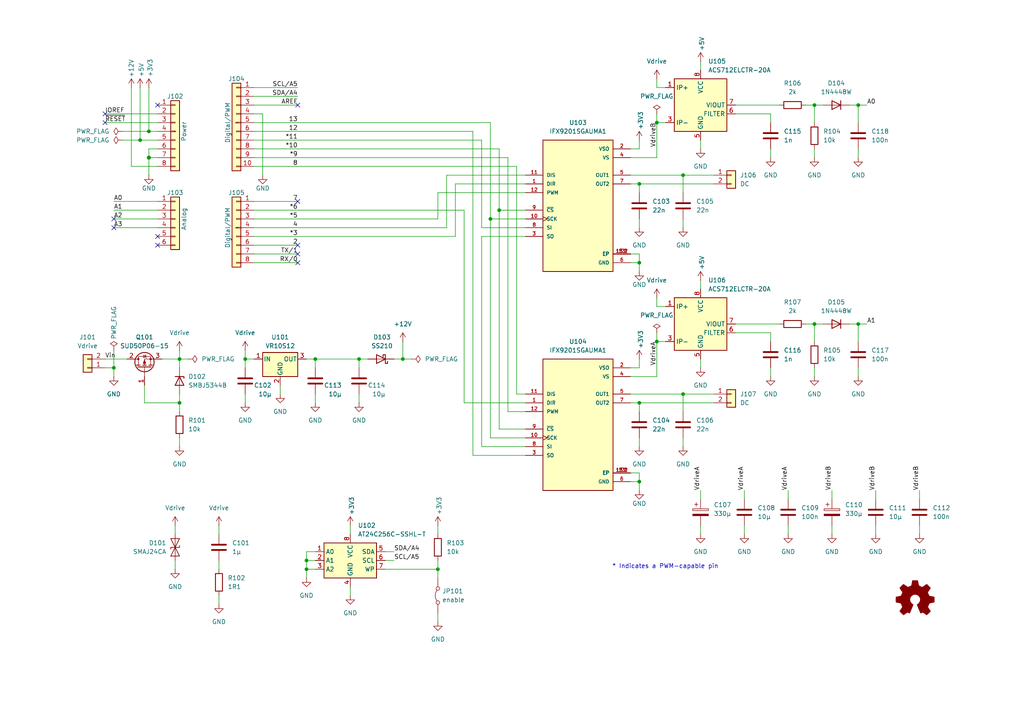
<source format=kicad_sch>
(kicad_sch (version 20231120) (generator "eeschema") (generator_version "8.0")
  (paper "A4")
  (title_block (title "IFX9201 based Arduino Uno R3 motor shield") (date "2025-03-25") (rev "0.2") (company "Eurovibes Benedikt Spranger") (comment 1 "SPDX-License-Identifier: CERN-OHL-S-2.0") (comment 2 "https://ohwr.org/cern_ohl_s_v2.txt") (comment 3 "To view a copy of this license, visit") (comment 4 "This work is licensed under the CERN-OHL-S v2"))
  (junction (at 236.22 30.48))
  (junction (at 185.42 139.7))
  (junction (at 190.5 99.06))
  (junction (at 40.64 40.64))
  (junction (at 185.42 76.2))
  (junction (at 248.92 30.48))
  (junction (at 88.9 165.1))
  (junction (at 144.78 60.96))
  (junction (at 43.18 45.72) (diameter 1.016))
  (junction (at 88.9 162.56))
  (junction (at 198.12 114.3))
  (junction (at 198.12 50.8))
  (junction (at 43.18 38.1))
  (junction (at 248.92 93.98))
  (junction (at 190.5 35.56))
  (junction (at 71.12 104.14))
  (junction (at 91.44 104.14))
  (junction (at 127 165.1))
  (junction (at 33.02 106.68))
  (junction (at 104.14 104.14))
  (junction (at 52.07 116.84))
  (junction (at 185.42 116.84))
  (junction (at 236.22 93.98))
  (junction (at 116.84 104.14))
  (junction (at 185.42 53.34))
  (junction (at 142.24 63.5))
  (junction (at 52.07 104.14))
  (no_connect (at 86.36 76.2))
  (no_connect (at 86.36 73.66))
  (no_connect (at 86.36 58.42))
  (no_connect (at 33.02 63.5))
  (no_connect (at 30.48 35.56))
  (no_connect (at 45.72 68.58))
  (no_connect (at 86.36 71.12))
  (no_connect (at 30.48 33.02))
  (no_connect (at 45.72 71.12))
  (no_connect (at 45.72 30.48))
  (no_connect (at 86.36 30.48))
  (no_connect (at 33.02 66.04))
  (wire (pts (xy 236.22 30.48) (xy 236.22 35.56)))
  (wire (pts (xy 144.78 43.18) (xy 144.78 60.96)))
  (wire (pts (xy 73.66 76.2) (xy 86.36 76.2)))
  (wire (pts (xy 33.02 101.6) (xy 33.02 106.68)))
  (wire (pts (xy 198.12 114.3) (xy 198.12 119.38)))
  (wire (pts (xy 144.78 60.96) (xy 152.4 60.96)))
  (wire (pts (xy 111.76 165.1) (xy 127 165.1)))
  (wire (pts (xy 101.6 152.4) (xy 101.6 154.94)))
  (wire (pts (xy 52.07 104.14) (xy 52.07 106.68)))
  (wire (pts (xy 73.66 43.18) (xy 144.78 43.18)))
  (wire (pts (xy 111.76 160.02) (xy 114.3 160.02)))
  (wire (pts (xy 185.42 137.16) (xy 185.42 139.7)))
  (wire (pts (xy 91.44 114.3) (xy 91.44 116.84)))
  (wire (pts (xy 73.66 25.4) (xy 86.36 25.4)))
  (wire (pts (xy 52.07 104.14) (xy 52.07 101.6)))
  (wire (pts (xy 142.24 63.5) (xy 142.24 35.56)))
  (wire (pts (xy 30.48 106.68) (xy 33.02 106.68)))
  (wire (pts (xy 139.7 68.58) (xy 139.7 129.54)))
  (wire (pts (xy 182.88 50.8) (xy 198.12 50.8)))
  (wire (pts (xy 114.3 104.14) (xy 116.84 104.14)))
  (wire (pts (xy 88.9 104.14) (xy 91.44 104.14)))
  (wire (pts (xy 43.18 43.18) (xy 43.18 45.72)))
  (wire (pts (xy 152.4 55.88) (xy 127 55.88)))
  (wire (pts (xy 134.62 116.84) (xy 152.4 116.84)))
  (wire (pts (xy 198.12 50.8) (xy 207.01 50.8)))
  (wire (pts (xy 213.36 30.48) (xy 226.06 30.48)))
  (wire (pts (xy 30.48 104.14) (xy 36.83 104.14)))
  (wire (pts (xy 198.12 114.3) (xy 207.01 114.3)))
  (wire (pts (xy 254 152.4) (xy 254 154.94)))
  (wire (pts (xy 71.12 114.3) (xy 71.12 116.84)))
  (wire (pts (xy 223.52 33.02) (xy 223.52 35.56)))
  (wire (pts (xy 203.2 152.4) (xy 203.2 154.94)))
  (wire (pts (xy 182.88 139.7) (xy 185.42 139.7)))
  (wire (pts (xy 233.68 93.98) (xy 236.22 93.98)))
  (wire (pts (xy 43.18 45.72) (xy 43.18 50.8)))
  (wire (pts (xy 248.92 106.68) (xy 248.92 109.22)))
  (wire (pts (xy 182.88 45.72) (xy 190.5 45.72)))
  (wire (pts (xy 50.8 152.4) (xy 50.8 154.94)))
  (wire (pts (xy 182.88 43.18) (xy 185.42 43.18)))
  (wire (pts (xy 43.18 38.1) (xy 45.72 38.1)))
  (wire (pts (xy 35.56 40.64) (xy 40.64 40.64)))
  (wire (pts (xy 127 177.8) (xy 127 180.34)))
  (wire (pts (xy 33.02 106.68) (xy 33.02 109.22)))
  (wire (pts (xy 40.64 40.64) (xy 45.72 40.64)))
  (wire (pts (xy 185.42 139.7) (xy 185.42 142.24)))
  (wire (pts (xy 248.92 93.98) (xy 248.92 99.06)))
  (wire (pts (xy 40.64 25.4) (xy 40.64 40.64)))
  (wire (pts (xy 190.5 25.4) (xy 190.5 22.86)))
  (wire (pts (xy 116.84 104.14) (xy 119.38 104.14)))
  (wire (pts (xy 137.16 38.1) (xy 137.16 132.08)))
  (wire (pts (xy 73.66 35.56) (xy 142.24 35.56)))
  (wire (pts (xy 182.88 137.16) (xy 185.42 137.16)))
  (wire (pts (xy 104.14 104.14) (xy 106.68 104.14)))
  (wire (pts (xy 43.18 25.4) (xy 43.18 38.1)))
  (wire (pts (xy 73.66 58.42) (xy 86.36 58.42)))
  (wire (pts (xy 215.9 142.24) (xy 215.9 144.78)))
  (wire (pts (xy 198.12 63.5) (xy 198.12 66.04)))
  (wire (pts (xy 45.72 58.42) (xy 33.02 58.42)))
  (wire (pts (xy 266.7 142.24) (xy 266.7 144.78)))
  (wire (pts (xy 73.66 38.1) (xy 137.16 38.1)))
  (wire (pts (xy 139.7 68.58) (xy 152.4 68.58)))
  (wire (pts (xy 127 162.56) (xy 127 165.1)))
  (wire (pts (xy 152.4 119.38) (xy 147.32 119.38)))
  (wire (pts (xy 144.78 124.46) (xy 152.4 124.46)))
  (wire (pts (xy 52.07 127) (xy 52.07 129.54)))
  (wire (pts (xy 88.9 165.1) (xy 88.9 167.64)))
  (wire (pts (xy 182.88 53.34) (xy 185.42 53.34)))
  (wire (pts (xy 236.22 93.98) (xy 238.76 93.98)))
  (wire (pts (xy 213.36 93.98) (xy 226.06 93.98)))
  (wire (pts (xy 147.32 45.72) (xy 147.32 119.38)))
  (wire (pts (xy 104.14 114.3) (xy 104.14 116.84)))
  (wire (pts (xy 266.7 152.4) (xy 266.7 154.94)))
  (wire (pts (xy 137.16 132.08) (xy 152.4 132.08)))
  (wire (pts (xy 41.91 116.84) (xy 52.07 116.84)))
  (wire (pts (xy 91.44 104.14) (xy 104.14 104.14)))
  (wire (pts (xy 129.54 50.8) (xy 152.4 50.8)))
  (wire (pts (xy 35.56 38.1) (xy 43.18 38.1)))
  (wire (pts (xy 193.04 35.56) (xy 190.5 35.56)))
  (wire (pts (xy 241.3 152.4) (xy 241.3 154.94)))
  (wire (pts (xy 182.88 106.68) (xy 185.42 106.68)))
  (wire (pts (xy 63.5 152.4) (xy 63.5 154.94)))
  (wire (pts (xy 30.48 33.02) (xy 45.72 33.02)))
  (wire (pts (xy 203.2 104.14) (xy 203.2 106.68)))
  (wire (pts (xy 88.9 162.56) (xy 91.44 162.56)))
  (wire (pts (xy 223.52 43.18) (xy 223.52 45.72)))
  (wire (pts (xy 41.91 111.76) (xy 41.91 116.84)))
  (wire (pts (xy 254 142.24) (xy 254 144.78)))
  (wire (pts (xy 63.5 162.56) (xy 63.5 165.1)))
  (wire (pts (xy 152.4 127) (xy 142.24 127)))
  (wire (pts (xy 63.5 172.72) (xy 63.5 175.26)))
  (wire (pts (xy 203.2 81.28) (xy 203.2 83.82)))
  (wire (pts (xy 185.42 127) (xy 185.42 129.54)))
  (wire (pts (xy 88.9 162.56) (xy 88.9 165.1)))
  (wire (pts (xy 182.88 116.84) (xy 185.42 116.84)))
  (wire (pts (xy 185.42 73.66) (xy 185.42 76.2)))
  (wire (pts (xy 76.2 33.02) (xy 76.2 50.8)))
  (wire (pts (xy 213.36 96.52) (xy 223.52 96.52)))
  (wire (pts (xy 185.42 53.34) (xy 207.01 53.34)))
  (wire (pts (xy 246.38 93.98) (xy 248.92 93.98)))
  (wire (pts (xy 73.66 30.48) (xy 86.36 30.48)))
  (wire (pts (xy 104.14 104.14) (xy 104.14 106.68)))
  (wire (pts (xy 182.88 76.2) (xy 185.42 76.2)))
  (wire (pts (xy 52.07 104.14) (xy 54.61 104.14)))
  (wire (pts (xy 190.5 99.06) (xy 190.5 109.22)))
  (wire (pts (xy 144.78 60.96) (xy 144.78 124.46)))
  (wire (pts (xy 127 55.88) (xy 127 63.5)))
  (wire (pts (xy 45.72 63.5) (xy 33.02 63.5)))
  (wire (pts (xy 241.3 142.24) (xy 241.3 144.78)))
  (wire (pts (xy 30.48 35.56) (xy 45.72 35.56)))
  (wire (pts (xy 88.9 165.1) (xy 91.44 165.1)))
  (wire (pts (xy 190.5 33.02) (xy 190.5 35.56)))
  (wire (pts (xy 236.22 93.98) (xy 236.22 99.06)))
  (wire (pts (xy 152.4 66.04) (xy 139.7 66.04)))
  (wire (pts (xy 45.72 45.72) (xy 43.18 45.72)))
  (wire (pts (xy 190.5 88.9) (xy 190.5 86.36)))
  (wire (pts (xy 228.6 152.4) (xy 228.6 154.94)))
  (wire (pts (xy 182.88 114.3) (xy 198.12 114.3)))
  (wire (pts (xy 223.52 96.52) (xy 223.52 99.06)))
  (wire (pts (xy 73.66 45.72) (xy 147.32 45.72)))
  (wire (pts (xy 45.72 48.26) (xy 38.1 48.26)))
  (wire (pts (xy 134.62 60.96) (xy 73.66 60.96)))
  (wire (pts (xy 190.5 35.56) (xy 190.5 45.72)))
  (wire (pts (xy 190.5 96.52) (xy 190.5 99.06)))
  (wire (pts (xy 88.9 160.02) (xy 88.9 162.56)))
  (wire (pts (xy 182.88 109.22) (xy 190.5 109.22)))
  (wire (pts (xy 248.92 30.48) (xy 248.92 35.56)))
  (wire (pts (xy 33.02 60.96) (xy 45.72 60.96)))
  (wire (pts (xy 149.86 114.3) (xy 152.4 114.3)))
  (wire (pts (xy 81.28 111.76) (xy 81.28 114.3)))
  (wire (pts (xy 132.08 53.34) (xy 132.08 68.58)))
  (wire (pts (xy 46.99 104.14) (xy 52.07 104.14)))
  (wire (pts (xy 233.68 30.48) (xy 236.22 30.48)))
  (wire (pts (xy 185.42 76.2) (xy 185.42 78.74)))
  (wire (pts (xy 236.22 43.18) (xy 236.22 45.72)))
  (wire (pts (xy 91.44 104.14) (xy 91.44 106.68)))
  (wire (pts (xy 73.66 33.02) (xy 76.2 33.02)))
  (wire (pts (xy 129.54 50.8) (xy 129.54 66.04)))
  (wire (pts (xy 185.42 53.34) (xy 185.42 55.88)))
  (wire (pts (xy 134.62 60.96) (xy 134.62 116.84)))
  (wire (pts (xy 223.52 106.68) (xy 223.52 109.22)))
  (wire (pts (xy 139.7 129.54) (xy 152.4 129.54)))
  (wire (pts (xy 52.07 116.84) (xy 52.07 119.38)))
  (wire (pts (xy 45.72 43.18) (xy 43.18 43.18)))
  (wire (pts (xy 248.92 93.98) (xy 251.46 93.98)))
  (wire (pts (xy 182.88 73.66) (xy 185.42 73.66)))
  (wire (pts (xy 50.8 162.56) (xy 50.8 165.1)))
  (wire (pts (xy 73.66 40.64) (xy 139.7 40.64)))
  (wire (pts (xy 248.92 30.48) (xy 251.46 30.48)))
  (wire (pts (xy 185.42 106.68) (xy 185.42 104.14)))
  (wire (pts (xy 236.22 106.68) (xy 236.22 109.22)))
  (wire (pts (xy 198.12 50.8) (xy 198.12 55.88)))
  (wire (pts (xy 71.12 104.14) (xy 73.66 104.14)))
  (wire (pts (xy 101.6 170.18) (xy 101.6 172.72)))
  (wire (pts (xy 190.5 99.06) (xy 193.04 99.06)))
  (wire (pts (xy 203.2 40.64) (xy 203.2 43.18)))
  (wire (pts (xy 33.02 66.04) (xy 45.72 66.04)))
  (wire (pts (xy 73.66 63.5) (xy 127 63.5)))
  (wire (pts (xy 246.38 30.48) (xy 248.92 30.48)))
  (wire (pts (xy 185.42 43.18) (xy 185.42 40.64)))
  (wire (pts (xy 111.76 162.56) (xy 114.3 162.56)))
  (wire (pts (xy 185.42 63.5) (xy 185.42 66.04)))
  (wire (pts (xy 139.7 66.04) (xy 139.7 40.64)))
  (wire (pts (xy 248.92 43.18) (xy 248.92 45.72)))
  (wire (pts (xy 152.4 53.34) (xy 132.08 53.34)))
  (wire (pts (xy 193.04 25.4) (xy 190.5 25.4)))
  (wire (pts (xy 198.12 127) (xy 198.12 129.54)))
  (wire (pts (xy 142.24 63.5) (xy 152.4 63.5)))
  (wire (pts (xy 73.66 27.94) (xy 86.36 27.94)))
  (wire (pts (xy 71.12 101.6) (xy 71.12 104.14)))
  (wire (pts (xy 203.2 142.24) (xy 203.2 144.78)))
  (wire (pts (xy 142.24 127) (xy 142.24 63.5)))
  (wire (pts (xy 73.66 71.12) (xy 86.36 71.12)))
  (wire (pts (xy 73.66 66.04) (xy 129.54 66.04)))
  (wire (pts (xy 91.44 160.02) (xy 88.9 160.02)))
  (wire (pts (xy 236.22 30.48) (xy 238.76 30.48)))
  (wire (pts (xy 228.6 142.24) (xy 228.6 144.78)))
  (wire (pts (xy 127 152.4) (xy 127 154.94)))
  (wire (pts (xy 73.66 68.58) (xy 132.08 68.58)))
  (wire (pts (xy 203.2 17.78) (xy 203.2 20.32)))
  (wire (pts (xy 215.9 152.4) (xy 215.9 154.94)))
  (wire (pts (xy 185.42 116.84) (xy 185.42 119.38)))
  (wire (pts (xy 52.07 114.3) (xy 52.07 116.84)))
  (wire (pts (xy 73.66 73.66) (xy 86.36 73.66)))
  (wire (pts (xy 213.36 33.02) (xy 223.52 33.02)))
  (wire (pts (xy 38.1 48.26) (xy 38.1 25.4)))
  (wire (pts (xy 185.42 116.84) (xy 207.01 116.84)))
  (wire (pts (xy 116.84 104.14) (xy 116.84 99.06)))
  (wire (pts (xy 149.86 114.3) (xy 149.86 48.26)))
  (wire (pts (xy 73.66 48.26) (xy 149.86 48.26)))
  (wire (pts (xy 127 165.1) (xy 127 167.64)))
  (wire (pts (xy 71.12 104.14) (xy 71.12 106.68)))
  (wire (pts (xy 193.04 88.9) (xy 190.5 88.9)))
  (text "* Indicates a PWM-capable pin" (at 177.546 165.1 0) (effects (font (size 1.27 1.27)) (justify left bottom)))
  (label "A1" (at 251.46 93.98 0))
  (label "RX{slash}0" (at 86.36 76.2 180))
  (label "VdriveA" (at 228.6 142.24 90))
  (label "A2" (at 33.02 63.5 0))
  (label "4" (at 86.36 66.04 180))
  (label "VdriveB" (at 254 142.24 90))
  (label "2" (at 86.36 71.12 180))
  (label "Vin" (at 30.48 104.14 0))
  (label "A3" (at 33.02 66.04 0))
  (label "VdriveB" (at 266.7 142.24 90))
  (label "13" (at 86.36 35.56 180))
  (label "12" (at 86.36 38.1 180))
  (label "VdriveA" (at 203.2 142.24 90))
  (label "A0" (at 251.46 30.48 0))
  (label "~{RESET}" (at 30.48 35.56 0))
  (label "*10" (at 86.36 43.18 180))
  (label "VdriveA" (at 190.5 99.06 270))
  (label "VdriveB" (at 241.3 142.24 90))
  (label "7" (at 86.36 58.42 180))
  (label "SDA{slash}A4" (at 86.36 27.94 180))
  (label "8" (at 86.36 48.26 180))
  (label "*11" (at 86.36 40.64 180))
  (label "*3" (at 86.36 68.58 180))
  (label "SCL{slash}A5" (at 114.3 162.56 0))
  (label "SDA{slash}A4" (at 114.3 160.02 0))
  (label "A1" (at 33.02 60.96 0))
  (label "TX{slash}1" (at 86.36 73.66 180))
  (label "VdriveA" (at 215.9 142.24 90))
  (label "A0" (at 33.02 58.42 0))
  (label "AREF" (at 86.36 30.48 180))
  (label "*6" (at 86.36 60.96 180))
  (label "SCL{slash}A5" (at 86.36 25.4 180))
  (label "*9" (at 86.36 45.72 180))
  (label "VdriveB" (at 190.5 35.56 270))
  (label "*5" (at 86.36 63.5 180))
  (label "IOREF" (at 30.48 33.02 0))
  (symbol (lib_id "Connector_Generic:Conn_01x08") (at 50.8 38.1 0) (unit 1)
    (property "Reference" "J102" (at 50.8 27.94 0))
    (property "Value" "Power" (at 53.34 38.1 90))
    (property "Footprint" "Connector_PinSocket_2.54mm:PinSocket_1x08_P2.54mm_Vertical" (effects (hide yes)))
    (property "Datasheet" "~" (at 50.8 38.1 0))
    (property "Description" "Generic connector, single row, 01x08, script generated (kicad-library-utils/schlib/autogen/connector/)" (effects (hide yes)))
    (property "assemble" "n" (effects (hide yes)))
    (property "Manufacture" "SparkFun Electronics" (effects (hide yes)))
    (property "Source" "Digikey" (effects (hide yes)))
    (property "SupplLink" "https://www.digikey.de/de/products/detail/sparkfun-electronics/PRT-11417/6161755" (effects (hide yes)))
    (property "digikey#" "1568-1413-ND" (effects (hide yes)))
    (property "mpn" "PRT-11417" (effects (hide yes)))
  )
  (symbol (lib_id "power:+3V3") (at 43.18 25.4 0) (unit 1)
    (property "Reference" "#PWR0104" (effects (hide yes)))
    (property "Value" "+3V3" (at 43.561 22.352 90) (effects (justify left)))
    (property "Description" "Power symbol creates a global label with name \"+3V3\"" (effects (hide yes)))
  )
  (symbol (lib_id "power:+5V") (at 40.64 25.4 0) (unit 1)
    (property "Reference" "#PWR0102" (effects (hide yes)))
    (property "Value" "+5V" (at 40.9956 22.352 90) (effects (justify left)))
    (property "Description" "Power symbol creates a global label with name \"+5V\"" (effects (hide yes)))
  )
  (symbol (lib_id "power:GND") (at 43.18 50.8 0) (unit 1)
    (property "Reference" "#PWR0105" (effects (hide yes)))
    (property "Value" "GND" (at 43.18 54.61 0))
    (property "Description" "Power symbol creates a global label with name \"GND\" , ground" (effects (hide yes)))
  )
  (symbol (lib_id "Connector_Generic:Conn_01x10") (at 68.58 35.56 0) (mirror y) (unit 1)
    (property "Reference" "J104" (at 68.58 22.86 0))
    (property "Value" "Digital/PWM" (at 66.04 35.56 90))
    (property "Footprint" "Connector_PinSocket_2.54mm:PinSocket_1x10_P2.54mm_Vertical" (effects (hide yes)))
    (property "Datasheet" "~" (at 68.58 35.56 0))
    (property "Description" "Generic connector, single row, 01x10, script generated (kicad-library-utils/schlib/autogen/connector/)" (effects (hide yes)))
    (property "assemble" "n" (effects (hide yes)))
    (property "Manufacture" "SparkFun Electronics" (effects (hide yes)))
    (property "Source" "Digikey" (effects (hide yes)))
    (property "SupplLink" "https://www.digikey.de/de/products/detail/sparkfun-electronics/PRT-11417/6161755" (effects (hide yes)))
    (property "digikey#" "1568-1413-ND" (effects (hide yes)))
    (property "mpn" "PRT-11417" (effects (hide yes)))
  )
  (symbol (lib_id "power:GND") (at 76.2 50.8 0) (unit 1)
    (property "Reference" "#PWR0112" (effects (hide yes)))
    (property "Value" "GND" (at 76.2 54.61 0))
    (property "Description" "Power symbol creates a global label with name \"GND\" , ground" (effects (hide yes)))
  )
  (symbol (lib_id "Connector_Generic:Conn_01x06") (at 50.8 63.5 0) (unit 1)
    (property "Reference" "J103" (at 50.8 55.88 0))
    (property "Value" "Analog" (at 53.34 63.5 90))
    (property "Footprint" "Connector_PinSocket_2.54mm:PinSocket_1x06_P2.54mm_Vertical" (effects (hide yes)))
    (property "Description" "Generic connector, single row, 01x06, script generated (kicad-library-utils/schlib/autogen/connector/)" (effects (hide yes)))
    (property "assemble" "n" (effects (hide yes)))
    (property "Manufacture" "SparkFun Electronics" (effects (hide yes)))
    (property "Source" "Digikey" (effects (hide yes)))
    (property "SupplLink" "https://www.digikey.de/de/products/detail/sparkfun-electronics/PRT-11417/6161755" (effects (hide yes)))
    (property "digikey#" "1568-1413-ND" (effects (hide yes)))
    (property "mpn" "PRT-11417" (effects (hide yes)))
  )
  (symbol (lib_id "Connector_Generic:Conn_01x08") (at 68.58 66.04 0) (mirror y) (unit 1)
    (property "Reference" "J105" (at 68.58 55.88 0))
    (property "Value" "Digital/PWM" (at 66.04 66.04 90))
    (property "Footprint" "Connector_PinSocket_2.54mm:PinSocket_1x08_P2.54mm_Vertical" (effects (hide yes)))
    (property "Datasheet" "~" (at 68.58 66.04 0))
    (property "Description" "Generic connector, single row, 01x08, script generated (kicad-library-utils/schlib/autogen/connector/)" (effects (hide yes)))
    (property "assemble" "n" (effects (hide yes)))
    (property "Manufacture" "SparkFun Electronics" (effects (hide yes)))
    (property "Source" "Digikey" (effects (hide yes)))
    (property "SupplLink" "https://www.digikey.de/de/products/detail/sparkfun-electronics/PRT-11417/6161755" (effects (hide yes)))
    (property "digikey#" "1568-1413-ND" (effects (hide yes)))
    (property "mpn" "PRT-11417" (effects (hide yes)))
  )
  (symbol (lib_id "power:+3V3") (at 127 152.4 0) (unit 1)
    (property "Reference" "#PWR0120" (effects (hide yes)))
    (property "Value" "+3V3" (at 127.381 149.352 90) (effects (justify left)))
    (property "Description" "Power symbol creates a global label with name \"+3V3\"" (effects (hide yes)))
  )
  (symbol (lib_id "power:GND") (at 127 180.34 0) (unit 1)
    (property "Reference" "#PWR0121" (effects (hide yes)))
    (property "Value" "GND" (at 127 185.42 0))
    (property "Description" "Power symbol creates a global label with name \"GND\" , ground" (effects (hide yes)))
  )
  (symbol (lib_id "Transistor_FET:SUD50P06-15") (at 41.91 106.68 90) (unit 1)
    (property "Reference" "Q101" (at 41.91 97.79 90))
    (property "Value" "SUD50P06-15" (at 41.91 100.33 90))
    (property "Footprint" "Package_TO_SOT_SMD:TO-252-2" (effects (hide yes)))
    (property "Datasheet" "https://www.vishay.com/docs/68940/sud50p06.pdf" (effects (hide yes)))
    (property "Description" "-50A Id, -60V Vds, TrenchFET P-Channel Power MOSFET, 15mOhm Ron, 165nC Qg, -55 to 150 °C, TO-252-2" (effects (hide yes)))
    (property "LCSC#" "C141584" (effects (hide yes)))
    (property "Manufacture" "Vishay Intertech" (effects (hide yes)))
    (property "PackageID" "TO-252(DPAK)" (effects (hide yes)))
    (property "Source" "JLCPCB" (effects (hide yes)))
    (property "SupplLink" "https://jlcpcb.com/partdetail/VishayIntertech-SUD50P06_15GE3/C141584" (effects (hide yes)))
    (property "assemble" "y" (effects (hide yes)))
    (property "mpn" "SUD50P06-15-GE3" (effects (hide yes)))
  )
  (symbol (lib_id "power:GND") (at 236.22 45.72 0) (unit 1)
    (property "Reference" "#PWR0152" (effects (hide yes)))
    (property "Value" "GND" (at 236.22 50.8 0))
    (property "Description" "Power symbol creates a global label with name \"GND\" , ground" (effects (hide yes)))
  )
  (symbol (lib_id "Device:C") (at 228.6 148.59 0) (unit 1)
    (property "Reference" "C109" (at 232.41 147.32 0) (effects (justify left)))
    (property "Value" "100n" (at 232.41 149.86 0) (effects (justify left)))
    (property "Footprint" "Capacitor_SMD:C_0603_1608Metric" (effects (hide yes)))
    (property "Description" "Unpolarized capacitor" (effects (hide yes)))
    (property "Manufacture" "Samsung Electro-Mechanics" (effects (hide yes)))
    (property "PackageID" "603" (effects (hide yes)))
    (property "Source" "JLCPCB" (effects (hide yes)))
    (property "SupplLink" "https://jlcpcb.com/partdetail/1943-CL10B104KB8NNNC/C1591" (effects (hide yes)))
    (property "assemble" "y" (effects (hide yes)))
    (property "mpn" "CL10B104KB8NNNC" (effects (hide yes)))
    (property "LCSC#" "C1591" (effects (hide yes)))
  )
  (symbol (lib_id "Device:R") (at 127 158.75 0) (unit 1)
    (property "Reference" "R103" (at 129.54 157.48 0) (effects (justify left)))
    (property "Value" "10k" (at 129.54 160.02 0) (effects (justify left)))
    (property "Footprint" "Resistor_SMD:R_0402_1005Metric" (effects (hide yes)))
    (property "Description" "Resistor" (effects (hide yes)))
    (property "LCSC#" "C319934" (effects (hide yes)))
    (property "Manufacture" "Viking Tech" (effects (hide yes)))
    (property "PackageID" "0402" (effects (hide yes)))
    (property "Source" "JLCPCB" (effects (hide yes)))
    (property "SupplLink" "https://jlcpcb.com/partdetail/VikingTech-AR02DTC1002/C319934" (effects (hide yes)))
    (property "assemble" "y" (effects (hide yes)))
    (property "mpn" "AR02DTC1002" (effects (hide yes)))
  )
  (symbol (lib_id "Connector_Generic:Conn_01x02") (at 25.4 106.68 180) (unit 1)
    (property "Reference" "J101" (at 25.4 97.79 0))
    (property "Value" "Vdrive" (at 25.4 100.33 0))
    (property "Footprint" "TerminalBlock_WAGO:TerminalBlock_WAGO_236-402_1x02_P5.00mm_45Degree" (effects (hide yes)))
    (property "Description" "Generic connector, single row, 01x02, script generated (kicad-library-utils/schlib/autogen/connector/)" (effects (hide yes)))
    (property "Manufacture" "WAGO Corporation" (effects (hide yes)))
    (property "Source" "Digikey" (effects (hide yes)))
    (property "SupplLink" "https://www.digikey.de/de/products/detail/wago-corporation/236-402/15573417" (effects (hide yes)))
    (property "digikey#" "2946-236-402-ND" (effects (hide yes)))
    (property "mpn" "236-402" (effects (hide yes)))
    (property "assemble" "n" (effects (hide yes)))
  )
  (symbol (lib_id "power:GND") (at 185.42 142.24 0) (unit 1)
    (property "Reference" "#PWR0127" (effects (hide yes)))
    (property "Value" "GND" (at 185.42 146.05 0))
    (property "Description" "Power symbol creates a global label with name \"GND\" , ground" (effects (hide yes)))
  )
  (symbol (lib_id "Device:R") (at 236.22 39.37 0) (unit 1)
    (property "Reference" "R104" (at 238.76 38.1 0) (effects (justify left)))
    (property "Value" "10k" (at 238.76 40.64 0) (effects (justify left)))
    (property "Footprint" "Resistor_SMD:R_0402_1005Metric" (effects (hide yes)))
    (property "Description" "Resistor" (effects (hide yes)))
    (property "LCSC#" "C319934" (effects (hide yes)))
    (property "Manufacture" "Viking Tech" (effects (hide yes)))
    (property "PackageID" "0402" (effects (hide yes)))
    (property "Source" "JLCPCB" (effects (hide yes)))
    (property "SupplLink" "https://jlcpcb.com/partdetail/VikingTech-AR02DTC1002/C319934" (effects (hide yes)))
    (property "assemble" "y" (effects (hide yes)))
    (property "mpn" "AR02DTC1002" (effects (hide yes)))
  )
  (symbol (lib_id "power:GND") (at 185.42 129.54 0) (unit 1)
    (property "Reference" "#PWR0126" (effects (hide yes)))
    (property "Value" "GND" (at 185.42 134.62 0))
    (property "Description" "Power symbol creates a global label with name \"GND\" , ground" (effects (hide yes)))
  )
  (symbol (lib_id "power:+3V3") (at 185.42 104.14 0) (unit 1)
    (property "Reference" "#PWR0125" (effects (hide yes)))
    (property "Value" "+3V3" (at 185.801 101.092 90) (effects (justify left)))
    (property "Description" "Power symbol creates a global label with name \"+3V3\"" (effects (hide yes)))
  )
  (symbol (lib_id "power:Vdrive") (at 52.07 101.6 0) (unit 1)
    (property "Reference" "#PWR0108" (effects (hide yes)))
    (property "Value" "Vdrive" (at 52.07 96.52 0))
    (property "Description" "Power symbol creates a global label with name \"Vdrive\"" (effects (hide yes)))
  )
  (symbol (lib_id "power:GND") (at 198.12 66.04 0) (unit 1)
    (property "Reference" "#PWR0130" (effects (hide yes)))
    (property "Value" "GND" (at 198.12 71.12 0))
    (property "Description" "Power symbol creates a global label with name \"GND\" , ground" (effects (hide yes)))
  )
  (symbol (lib_id "power:+12V") (at 38.1 25.4 0) (unit 1)
    (property "Reference" "#PWR0101" (effects (hide yes)))
    (property "Value" "+12V" (at 38.1 19.812 90))
    (property "Description" "Power symbol creates a global label with name \"+12V\"" (effects (hide yes)))
  )
  (symbol (lib_id "power:GND") (at 101.6 172.72 0) (unit 1)
    (property "Reference" "#PWR0118" (effects (hide yes)))
    (property "Value" "GND" (at 101.6 177.8 0))
    (property "Description" "Power symbol creates a global label with name \"GND\" , ground" (effects (hide yes)))
  )
  (symbol (lib_id "power:PWR_FLAG") (at 35.56 38.1 90) (unit 1)
    (property "Reference" "#FLG0101" (effects (hide yes)))
    (property "Value" "PWR_FLAG" (at 31.75 38.0999 90) (effects (justify left)))
    (property "Description" "Special symbol for telling ERC where power comes from" (effects (hide yes)))
  )
  (symbol (lib_id "Device:R") (at 229.87 93.98 90) (unit 1)
    (property "Reference" "R107" (at 229.87 87.63 90))
    (property "Value" "2k" (at 229.87 90.17 90))
    (property "Footprint" "Resistor_SMD:R_0402_1005Metric" (effects (hide yes)))
    (property "Description" "Resistor" (effects (hide yes)))
    (property "LCSC#" "C4109" (effects (hide yes)))
    (property "Manufacture" "UNI-ROYAL(Uniroyal Elec)" (effects (hide yes)))
    (property "Source" "JLCPCB" (effects (hide yes)))
    (property "SupplLink" "https://jlcpcb.com/partdetail/4516-0402WGF2001TCE/C4109" (effects (hide yes)))
    (property "assemble" "y" (effects (hide yes)))
    (property "mpn" " 0402WGF2001TCE" (effects (hide yes)))
  )
  (symbol (lib_id "power:GND") (at 223.52 45.72 0) (unit 1)
    (property "Reference" "#PWR0150" (effects (hide yes)))
    (property "Value" "GND" (at 223.52 50.8 0))
    (property "Description" "Power symbol creates a global label with name \"GND\" , ground" (effects (hide yes)))
  )
  (symbol (lib_id "power:GND") (at 185.42 78.74 0) (unit 1)
    (property "Reference" "#PWR0124" (effects (hide yes)))
    (property "Value" "GND" (at 185.42 82.55 0))
    (property "Description" "Power symbol creates a global label with name \"GND\" , ground" (effects (hide yes)))
  )
  (symbol (lib_id "Device:C") (at 223.52 102.87 0) (unit 1)
    (property "Reference" "C116" (at 227.33 101.5999 0) (effects (justify left)))
    (property "Value" "1n" (at 227.33 104.1399 0) (effects (justify left)))
    (property "Footprint" "Capacitor_SMD:C_0603_1608Metric" (effects (hide yes)))
    (property "Description" "Unpolarized capacitor" (effects (hide yes)))
    (property "LCSC#" "C1588" (effects (hide yes)))
    (property "Manufacture" "Samsung Electro-Mechanics" (effects (hide yes)))
    (property "PackageID" "603" (effects (hide yes)))
    (property "Source" "JLCPCB" (effects (hide yes)))
    (property "SupplLink" "https://jlcpcb.com/partdetail/1940-CL10B102KB8NNNC/C1588" (effects (hide yes)))
    (property "assemble" "y" (effects (hide yes)))
    (property "mpn" "CL10B102KB8NNNC" (effects (hide yes)))
  )
  (symbol (lib_id "Device:C") (at 254 148.59 0) (unit 1)
    (property "Reference" "C111" (at 257.81 147.32 0) (effects (justify left)))
    (property "Value" "10µ" (at 257.81 149.86 0) (effects (justify left)))
    (property "Footprint" "Capacitor_SMD:C_1206_3216Metric" (effects (hide yes)))
    (property "Description" "Unpolarized capacitor" (effects (hide yes)))
    (property "Manufacture" "TDK" (effects (hide yes)))
    (property "PackageID" "1206" (effects (hide yes)))
    (property "Source" "JLCPCB" (effects (hide yes)))
    (property "SupplLink" "https://jlcpcb.com/partdetail/Tdk-C3216X5R1H106KT000N/C329928" (effects (hide yes)))
    (property "assemble" "y" (effects (hide yes)))
    (property "mpn" "C3216X5R1H106KT000N" (effects (hide yes)))
    (property "LCSC#" "C329928" (effects (hide yes)))
  )
  (symbol (lib_id "power:GND") (at 254 154.94 0) (unit 1)
    (property "Reference" "#PWR0141" (effects (hide yes)))
    (property "Value" "GND" (at 254 160.02 0))
    (property "Description" "Power symbol creates a global label with name \"GND\" , ground" (effects (hide yes)))
  )
  (symbol (lib_id "power:Vdrive") (at 190.5 86.36 0) (unit 1)
    (property "Reference" "#PWR0129" (effects (hide yes)))
    (property "Value" "Vdrive" (at 190.5 81.28 0))
    (property "Description" "Power symbol creates a global label with name \"Vdrive\"" (effects (hide yes)))
  )
  (symbol (lib_id "power:GND") (at 203.2 154.94 0) (unit 1)
    (property "Reference" "#PWR0133" (effects (hide yes)))
    (property "Value" "GND" (at 203.2 160.02 0))
    (property "Description" "Power symbol creates a global label with name \"GND\" , ground" (effects (hide yes)))
  )
  (symbol (lib_id "Device:C") (at 215.9 148.59 0) (unit 1)
    (property "Reference" "C108" (at 219.71 147.32 0) (effects (justify left)))
    (property "Value" "10µ" (at 219.71 149.86 0) (effects (justify left)))
    (property "Footprint" "Capacitor_SMD:C_1206_3216Metric" (effects (hide yes)))
    (property "Description" "Unpolarized capacitor" (effects (hide yes)))
    (property "Manufacture" "TDK" (effects (hide yes)))
    (property "PackageID" "1206" (effects (hide yes)))
    (property "Source" "JLCPCB" (effects (hide yes)))
    (property "SupplLink" "https://jlcpcb.com/partdetail/Tdk-C3216X5R1H106KT000N/C329928" (effects (hide yes)))
    (property "assemble" "y" (effects (hide yes)))
    (property "mpn" "C3216X5R1H106KT000N" (effects (hide yes)))
    (property "LCSC#" "C329928" (effects (hide yes)))
  )
  (symbol (lib_id "Connector_Generic:Conn_01x02") (at 212.09 50.8 0) (unit 1)
    (property "Reference" "J106" (at 214.63 50.8 0) (effects (justify left)))
    (property "Value" "DC" (at 214.63 53.34 0) (effects (justify left)))
    (property "Footprint" "TerminalBlock_WAGO:TerminalBlock_WAGO_236-402_1x02_P5.00mm_45Degree" (effects (hide yes)))
    (property "Description" "Generic connector, single row, 01x02, script generated (kicad-library-utils/schlib/autogen/connector/)" (effects (hide yes)))
    (property "assemble" "n" (effects (hide yes)))
    (property "Manufacture" "WAGO Corporation" (effects (hide yes)))
    (property "Source" "Digikey" (effects (hide yes)))
    (property "SupplLink" "https://www.digikey.de/de/products/detail/wago-corporation/236-402/15573417" (effects (hide yes)))
    (property "digikey#" "2946-236-402-ND" (effects (hide yes)))
    (property "mpn" "236-402" (effects (hide yes)))
  )
  (symbol (lib_id "power:PWR_FLAG") (at 190.5 96.52 0) (unit 1)
    (property "Reference" "#FLG0107" (effects (hide yes)))
    (property "Value" "PWR_FLAG" (at 190.5 91.44 0))
    (property "Description" "Special symbol for telling ERC where power comes from" (effects (hide yes)))
  )
  (symbol (lib_id "power:PWR_FLAG") (at 33.02 101.6 0) (unit 1)
    (property "Reference" "#FLG0103" (effects (hide yes)))
    (property "Value" "PWR_FLAG" (at 33.02 98.425 90) (effects (justify left)))
    (property "Description" "Special symbol for telling ERC where power comes from" (effects (hide yes)))
  )
  (symbol (lib_id "Device:C") (at 104.14 110.49 0) (unit 1)
    (property "Reference" "C114" (at 106.68 111.76 0) (effects (justify left)))
    (property "Value" "10µ" (at 107.95 114.3 0) (effects (justify left)))
    (property "Footprint" "Capacitor_SMD:C_1206_3216Metric" (effects (hide yes)))
    (property "Description" "Unpolarized capacitor" (effects (hide yes)))
    (property "LCSC#" "C329928" (effects (hide yes)))
    (property "Manufacture" "TDK" (effects (hide yes)))
    (property "Source" "JLCPCB" (effects (hide yes)))
    (property "SupplLink" "https://jlcpcb.com/partdetail/Tdk-C3216X5R1H106KT000N/C329928" (effects (hide yes)))
    (property "assemble" "y" (effects (hide yes)))
    (property "mpn" "C3216X5R1H106KT000N" (effects (hide yes)))
    (property "PackageID" "1206" (effects (hide yes)))
  )
  (symbol (lib_id "Sensor_Current:ACS712xLCTR-20A") (at 203.2 93.98 0) (unit 1)
    (property "Reference" "U106" (at 205.3941 81.28 0) (effects (justify left)))
    (property "Value" "ACS712ELCTR-20A" (at 205.3941 83.82 0) (effects (justify left)))
    (property "Footprint" "Package_SO:SOIC-8_3.9x4.9mm_P1.27mm" (effects (hide yes)))
    (property "Datasheet" "http://www.allegromicro.com/~/media/Files/Datasheets/ACS712-Datasheet.ashx?la=en" (effects (hide yes)))
    (property "Description" "±20A Bidirectional Hall-Effect Current Sensor, +5.0V supply, 100mV/A, SOIC-8" (effects (hide yes)))
    (property "LCSC#" "C10681" (effects (hide yes)))
    (property "Manufacture" "Allegro MicroSystems, LLC" (effects (hide yes)))
    (property "PackageID" "SOIC-8" (effects (hide yes)))
    (property "Source" "JLCPCB" (effects (hide yes)))
    (property "SupplLink" "https://jlcpcb.com/partdetail/11225-ACS712ELCTR_20AT/C10681" (effects (hide yes)))
    (property "assemble" "y" (effects (hide yes)))
    (property "mpn" " ACS712ELCTR-20A-T" (effects (hide yes)))
  )
  (symbol (lib_id "power:GND") (at 71.12 116.84 0) (unit 1)
    (property "Reference" "#PWR0114" (effects (hide yes)))
    (property "Value" "GND" (at 71.12 121.92 0))
    (property "Description" "Power symbol creates a global label with name \"GND\" , ground" (effects (hide yes)))
  )
  (symbol (lib_id "Graphic:Logo_Open_Hardware_Small") (at 265.43 173.99 0) (unit 1) (exclude_from_sim yes) (in_bom no) (on_board no)
    (property "Reference" "#SYM101" (effects (hide yes)))
    (property "Value" "Logo_Open_Hardware_Small" (effects (hide yes)))
    (property "Description" "Open Hardware logo, small" (effects (hide yes)))
  )
  (symbol (lib_id "power:+5V") (at 203.2 81.28 0) (unit 1)
    (property "Reference" "#PWR0149" (effects (hide yes)))
    (property "Value" "+5V" (at 203.5556 78.232 90) (effects (justify left)))
    (property "Description" "Power symbol creates a global label with name \"+5V\"" (effects (hide yes)))
  )
  (symbol (lib_id "Device:C") (at 185.42 59.69 0) (unit 1)
    (property "Reference" "C103" (at 189.23 58.42 0) (effects (justify left)))
    (property "Value" "22n" (at 189.23 60.96 0) (effects (justify left)))
    (property "Footprint" "Capacitor_SMD:C_0603_1608Metric" (effects (hide yes)))
    (property "Description" "Unpolarized capacitor" (effects (hide yes)))
    (property "LCSC#" "C106222" (effects (hide yes)))
    (property "Manufacture" "YAGEO" (effects (hide yes)))
    (property "Source" "JLCPCB" (effects (hide yes)))
    (property "SupplLink" "https://jlcpcb.com/partdetail/Yageo-CC0603KRX7R9BB223/C106222" (effects (hide yes)))
    (property "assemble" "y" (effects (hide yes)))
    (property "mpn" "CC0603KRX7R9BB223" (effects (hide yes)))
    (property "PackageID" "0603" (effects (hide yes)))
  )
  (symbol (lib_id "IFX9201SGAUMA1:IFX9201SGAUMA1") (at 167.64 124.46 0) (unit 1)
    (property "Reference" "U104" (at 167.64 99.06 0))
    (property "Value" "IFX9201SGAUMA1" (at 167.64 101.6 0))
    (property "Footprint" "IFX9201SGAUMA1:CONV_IFX9201SGAUMA1" (effects (hide yes)))
    (property "PackageID" "BSOP-12 Infineon" (effects (hide yes)))
    (property "Source" "JLCPCB" (effects (hide yes)))
    (property "LCSC#" "C112633" (effects (hide yes)))
    (property "Manufacture" "Infineon Technologies" (effects (hide yes)))
    (property "SupplLink" "https://jlcpcb.com/partdetail/InfineonTechnologies-IFX9201SGAUMA1/C112633" (effects (hide yes)))
    (property "mpn" "IFX9201SGAUMA1" (effects (hide yes)))
    (property "assemble" "y" (effects (hide yes)))
  )
  (symbol (lib_id "Device:R") (at 229.87 30.48 90) (unit 1)
    (property "Reference" "R106" (at 229.87 24.13 90))
    (property "Value" "2k" (at 229.87 26.67 90))
    (property "Footprint" "Resistor_SMD:R_0402_1005Metric" (effects (hide yes)))
    (property "Description" "Resistor" (effects (hide yes)))
    (property "LCSC#" "C4109" (effects (hide yes)))
    (property "Manufacture" "UNI-ROYAL(Uniroyal Elec)" (effects (hide yes)))
    (property "Source" "JLCPCB" (effects (hide yes)))
    (property "SupplLink" "https://jlcpcb.com/partdetail/4516-0402WGF2001TCE/C4109" (effects (hide yes)))
    (property "assemble" "y" (effects (hide yes)))
    (property "mpn" " 0402WGF2001TCE" (effects (hide yes)))
  )
  (symbol (lib_id "Device:D_Schottky") (at 110.49 104.14 180) (unit 1)
    (property "Reference" "D103" (at 110.8075 97.79 0))
    (property "Value" "SS210" (at 110.8075 100.33 0))
    (property "Footprint" "Diode_SMD:D_SMA" (effects (hide yes)))
    (property "Description" "Schottky diode" (effects (hide yes)))
    (property "LCSC#" "C14996" (effects (hide yes)))
    (property "Manufacture" "MDD" (effects (hide yes)))
    (property "PackageID" "SMA" (effects (hide yes)))
    (property "Source" "JLCPCB" (effects (hide yes)))
    (property "SupplLink" "https://jlcpcb.com/partdetail/Mdd-SS210/C14996" (effects (hide yes)))
    (property "assemble" "y" (effects (hide yes)))
    (property "mpn" "SS210" (effects (hide yes)))
  )
  (symbol (lib_id "power:Vdrive") (at 63.5 152.4 0) (unit 1)
    (property "Reference" "#PWR0110" (effects (hide yes)))
    (property "Value" "Vdrive" (at 63.5 147.32 0))
    (property "Description" "Power symbol creates a global label with name \"Vdrive\"" (effects (hide yes)))
  )
  (symbol (lib_id "Device:C") (at 198.12 59.69 0) (unit 1)
    (property "Reference" "C105" (at 201.93 58.42 0) (effects (justify left)))
    (property "Value" "22n" (at 201.93 60.96 0) (effects (justify left)))
    (property "Footprint" "Capacitor_SMD:C_0603_1608Metric" (effects (hide yes)))
    (property "Description" "Unpolarized capacitor" (effects (hide yes)))
    (property "LCSC#" "C106222" (effects (hide yes)))
    (property "Manufacture" "YAGEO" (effects (hide yes)))
    (property "Source" "JLCPCB" (effects (hide yes)))
    (property "SupplLink" "https://jlcpcb.com/partdetail/Yageo-CC0603KRX7R9BB223/C106222" (effects (hide yes)))
    (property "assemble" "y" (effects (hide yes)))
    (property "mpn" "CC0603KRX7R9BB223" (effects (hide yes)))
    (property "PackageID" "0603" (effects (hide yes)))
  )
  (symbol (lib_id "Device:C") (at 266.7 148.59 0) (unit 1)
    (property "Reference" "C112" (at 270.51 147.32 0) (effects (justify left)))
    (property "Value" "100n" (at 270.51 149.86 0) (effects (justify left)))
    (property "Footprint" "Capacitor_SMD:C_0603_1608Metric" (effects (hide yes)))
    (property "Description" "Unpolarized capacitor" (effects (hide yes)))
    (property "Manufacture" "Samsung Electro-Mechanics" (effects (hide yes)))
    (property "PackageID" "603" (effects (hide yes)))
    (property "Source" "JLCPCB" (effects (hide yes)))
    (property "SupplLink" "https://jlcpcb.com/partdetail/1943-CL10B104KB8NNNC/C1591" (effects (hide yes)))
    (property "assemble" "y" (effects (hide yes)))
    (property "mpn" "CL10B104KB8NNNC" (effects (hide yes)))
    (property "LCSC#" "C1591" (effects (hide yes)))
  )
  (symbol (lib_id "power:+5V") (at 203.2 17.78 0) (unit 1)
    (property "Reference" "#PWR0148" (effects (hide yes)))
    (property "Value" "+5V" (at 203.5556 14.732 90) (effects (justify left)))
    (property "Description" "Power symbol creates a global label with name \"+5V\"" (effects (hide yes)))
  )
  (symbol (lib_id "Device:C_Polarized") (at 203.2 148.59 0) (unit 1)
    (property "Reference" "C107" (at 207.01 146.431 0) (effects (justify left)))
    (property "Value" "330µ" (at 207.01 148.971 0) (effects (justify left)))
    (property "Footprint" "Capacitor_SMD:CP_Elec_10x10.5" (effects (hide yes)))
    (property "Description" "Polarized capacitor" (effects (hide yes)))
    (property "Manufacture" "ROQANG" (effects (hide yes)))
    (property "PackageID" "SMD,D10xL10.5mm" (effects (hide yes)))
    (property "Source" "JLCPCB" (effects (hide yes)))
    (property "SupplLink" "https://jlcpcb.com/partdetail/Roqang-CS1H331MCRG10/C5162354" (effects (hide yes)))
    (property "assemble" "y" (effects (hide yes)))
    (property "mpn" "CS1H331M-CRG10" (effects (hide yes)))
    (property "LCSC#" "C5162354" (effects (hide yes)))
  )
  (symbol (lib_id "Diode:1N4448W") (at 242.57 93.98 180) (unit 1)
    (property "Reference" "D105" (at 242.57 87.63 0))
    (property "Value" "1N4448W" (at 242.57 90.17 0))
    (property "Footprint" "Diode_SMD:D_SOD-123" (effects (hide yes)))
    (property "Datasheet" "https://www.vishay.com/docs/85722/1n4448w.pdf" (effects (hide yes)))
    (property "Description" "100V 0.15A High-speed standard diode, SOD-123" (effects (hide yes)))
    (property "Sim.Device" "D" (effects (hide yes)))
    (property "Sim.Pins" "1=K 2=A" (effects (hide yes)))
    (property "LCSC#" "C5190208" (effects (hide yes)))
    (property "Manufacture" "Guangdong Hottech" (effects (hide yes)))
    (property "PackageID" "SOD-123" (effects (hide yes)))
    (property "Source" "JLCPCB" (effects (hide yes)))
    (property "SupplLink" "https://jlcpcb.com/partdetail/GuangdongHottech-1N4448W/C5190208" (effects (hide yes)))
    (property "assemble" "y" (effects (hide yes)))
    (property "mpn" "1N4448W" (effects (hide yes)))
  )
  (symbol (lib_id "power:GND") (at 52.07 129.54 0) (unit 1)
    (property "Reference" "#PWR0109" (effects (hide yes)))
    (property "Value" "GND" (at 52.07 134.62 0))
    (property "Description" "Power symbol creates a global label with name \"GND\" , ground" (effects (hide yes)))
  )
  (symbol (lib_id "power:PWR_FLAG") (at 119.38 104.14 270) (unit 1)
    (property "Reference" "#FLG0105" (effects (hide yes)))
    (property "Value" "PWR_FLAG" (at 123.19 104.1399 90) (effects (justify left)))
    (property "Description" "Special symbol for telling ERC where power comes from" (effects (hide yes)))
  )
  (symbol (lib_id "power:GND") (at 236.22 109.22 0) (unit 1)
    (property "Reference" "#PWR0153" (effects (hide yes)))
    (property "Value" "GND" (at 236.22 114.3 0))
    (property "Description" "Power symbol creates a global label with name \"GND\" , ground" (effects (hide yes)))
  )
  (symbol (lib_id "power:GND") (at 33.02 109.22 0) (unit 1)
    (property "Reference" "#PWR0103" (effects (hide yes)))
    (property "Value" "GND" (at 33.02 114.3 0))
    (property "Description" "Power symbol creates a global label with name \"GND\" , ground" (effects (hide yes)))
  )
  (symbol (lib_id "Device:C") (at 223.52 39.37 0) (unit 1)
    (property "Reference" "C115" (at 227.33 38.0999 0) (effects (justify left)))
    (property "Value" "1n" (at 227.33 40.6399 0) (effects (justify left)))
    (property "Footprint" "Capacitor_SMD:C_0603_1608Metric" (effects (hide yes)))
    (property "Description" "Unpolarized capacitor" (effects (hide yes)))
    (property "LCSC#" "C1588" (effects (hide yes)))
    (property "Manufacture" "Samsung Electro-Mechanics" (effects (hide yes)))
    (property "PackageID" "603" (effects (hide yes)))
    (property "Source" "JLCPCB" (effects (hide yes)))
    (property "SupplLink" "https://jlcpcb.com/partdetail/1940-CL10B102KB8NNNC/C1588" (effects (hide yes)))
    (property "assemble" "y" (effects (hide yes)))
    (property "mpn" "CL10B102KB8NNNC" (effects (hide yes)))
  )
  (symbol (lib_id "Device:C") (at 63.5 158.75 0) (unit 1)
    (property "Reference" "C101" (at 67.31 157.48 0) (effects (justify left)))
    (property "Value" "1µ" (at 67.31 160.02 0) (effects (justify left)))
    (property "Footprint" "Capacitor_SMD:C_0603_1608Metric" (effects (hide yes)))
    (property "Description" "Unpolarized capacitor" (effects (hide yes)))
    (property "Manufacture" "FH (Guangdong Fenghua Advanced Tech)" (effects (hide yes)))
    (property "PackageID" "0603" (effects (hide yes)))
    (property "Source" "JLCPCB" (effects (hide yes)))
    (property "SupplLink" "https://jlcpcb.com/partdetail/109562-0603F105M500NT/C108343" (effects (hide yes)))
    (property "assemble" "y" (effects (hide yes)))
    (property "mpn" "0603F105M500NT" (effects (hide yes)))
    (property "LCSC#" "C108343" (effects (hide yes)))
  )
  (symbol (lib_id "power:+3V3") (at 185.42 40.64 0) (unit 1)
    (property "Reference" "#PWR0122" (effects (hide yes)))
    (property "Value" "+3V3" (at 185.801 37.592 90) (effects (justify left)))
    (property "Description" "Power symbol creates a global label with name \"+3V3\"" (effects (hide yes)))
  )
  (symbol (lib_id "power:GND") (at 248.92 45.72 0) (unit 1)
    (property "Reference" "#PWR0154" (effects (hide yes)))
    (property "Value" "GND" (at 248.92 50.8 0))
    (property "Description" "Power symbol creates a global label with name \"GND\" , ground" (effects (hide yes)))
  )
  (symbol (lib_id "power:GND") (at 50.8 165.1 0) (unit 1)
    (property "Reference" "#PWR0107" (effects (hide yes)))
    (property "Value" "GND" (at 50.8 170.18 0))
    (property "Description" "Power symbol creates a global label with name \"GND\" , ground" (effects (hide yes)))
  )
  (symbol (lib_id "power:PWR_FLAG") (at 35.56 40.64 90) (unit 1)
    (property "Reference" "#FLG0102" (effects (hide yes)))
    (property "Value" "PWR_FLAG" (at 31.75 40.6399 90) (effects (justify left)))
    (property "Description" "Special symbol for telling ERC where power comes from" (effects (hide yes)))
  )
  (symbol (lib_id "power:GND") (at 203.2 106.68 0) (unit 1)
    (property "Reference" "#PWR0146" (effects (hide yes)))
    (property "Value" "GND" (at 203.2 111.76 0))
    (property "Description" "Power symbol creates a global label with name \"GND\" , ground" (effects (hide yes)))
  )
  (symbol (lib_id "Device:C") (at 248.92 39.37 0) (unit 1)
    (property "Reference" "C118" (at 252.73 38.1 0) (effects (justify left)))
    (property "Value" "100n" (at 252.73 40.64 0) (effects (justify left)))
    (property "Footprint" "Capacitor_SMD:C_0603_1608Metric" (effects (hide yes)))
    (property "Description" "Unpolarized capacitor" (effects (hide yes)))
    (property "Manufacture" "Samsung Electro-Mechanics" (effects (hide yes)))
    (property "PackageID" "603" (effects (hide yes)))
    (property "Source" "JLCPCB" (effects (hide yes)))
    (property "SupplLink" "https://jlcpcb.com/partdetail/1943-CL10B104KB8NNNC/C1591" (effects (hide yes)))
    (property "assemble" "y" (effects (hide yes)))
    (property "mpn" "CL10B104KB8NNNC" (effects (hide yes)))
    (property "LCSC#" "C1591" (effects (hide yes)))
  )
  (symbol (lib_id "power:PWR_FLAG") (at 190.5 33.02 0) (unit 1)
    (property "Reference" "#FLG0106" (effects (hide yes)))
    (property "Value" "PWR_FLAG" (at 190.5 27.94 0))
    (property "Description" "Special symbol for telling ERC where power comes from" (effects (hide yes)))
  )
  (symbol (lib_id "power:GND") (at 63.5 175.26 0) (unit 1)
    (property "Reference" "#PWR0111" (effects (hide yes)))
    (property "Value" "GND" (at 63.5 180.34 0))
    (property "Description" "Power symbol creates a global label with name \"GND\" , ground" (effects (hide yes)))
  )
  (symbol (lib_id "Jumper:Jumper_2_Bridged") (at 127 172.72 90) (unit 1) (exclude_from_sim yes)
    (property "Reference" "JP101" (at 128.27 171.4499 90) (effects (justify right)))
    (property "Value" "enable" (at 128.27 173.9899 90) (effects (justify right)))
    (property "Footprint" "Jumper:SolderJumper-2_P1.3mm_Open_Pad1.0x1.5mm" (effects (hide yes)))
    (property "Description" "Jumper, 2-pole, closed/bridged" (effects (hide yes)))
    (property "Manufacture" "N/A" (effects (hide yes)))
    (property "assemble" "n" (effects (hide yes)))
    (property "mpn" "N/A" (effects (hide yes)))
  )
  (symbol (lib_id "power:GND") (at 91.44 116.84 0) (unit 1)
    (property "Reference" "#PWR0144" (effects (hide yes)))
    (property "Value" "GND" (at 91.44 121.92 0))
    (property "Description" "Power symbol creates a global label with name \"GND\" , ground" (effects (hide yes)))
  )
  (symbol (lib_id "Device:R") (at 63.5 168.91 0) (unit 1)
    (property "Reference" "R102" (at 66.04 167.64 0) (effects (justify left)))
    (property "Value" "1R1" (at 66.04 170.18 0) (effects (justify left)))
    (property "Footprint" "Resistor_SMD:R_1206_3216Metric" (effects (hide yes)))
    (property "Description" "Resistor" (effects (hide yes)))
    (property "Manufacture" "Walsin Tech Corp" (effects (hide yes)))
    (property "PackageID" "1206" (effects (hide yes)))
    (property "Source" "JLCPCB" (effects (hide yes)))
    (property "SupplLink" "https://jlcpcb.com/partdetail/Walsin_TechCorp-WR12W1R10FTL/C168518" (effects (hide yes)))
    (property "assemble" "y" (effects (hide yes)))
    (property "mpn" "WR12W1R10FTL" (effects (hide yes)))
    (property "LCSC#" "C168518" (effects (hide yes)))
  )
  (symbol (lib_id "power:GND") (at 81.28 114.3 0) (unit 1)
    (property "Reference" "#PWR0115" (effects (hide yes)))
    (property "Value" "GND" (at 81.28 119.38 0))
    (property "Description" "Power symbol creates a global label with name \"GND\" , ground" (effects (hide yes)))
  )
  (symbol (lib_id "Diode:1N4448W") (at 242.57 30.48 180) (unit 1)
    (property "Reference" "D104" (at 242.57 24.13 0))
    (property "Value" "1N4448W" (at 242.57 26.67 0))
    (property "Footprint" "Diode_SMD:D_SOD-123" (effects (hide yes)))
    (property "Datasheet" "https://www.vishay.com/docs/85722/1n4448w.pdf" (effects (hide yes)))
    (property "Description" "100V 0.15A High-speed standard diode, SOD-123" (effects (hide yes)))
    (property "Sim.Device" "D" (effects (hide yes)))
    (property "Sim.Pins" "1=K 2=A" (effects (hide yes)))
    (property "LCSC#" "C5190208" (effects (hide yes)))
    (property "Manufacture" "Guangdong Hottech" (effects (hide yes)))
    (property "PackageID" "SOD-123" (effects (hide yes)))
    (property "Source" "JLCPCB" (effects (hide yes)))
    (property "SupplLink" "https://jlcpcb.com/partdetail/GuangdongHottech-1N4448W/C5190208" (effects (hide yes)))
    (property "assemble" "y" (effects (hide yes)))
    (property "mpn" "1N4448W" (effects (hide yes)))
  )
  (symbol (lib_id "Connector_Generic:Conn_01x02") (at 212.09 114.3 0) (unit 1)
    (property "Reference" "J107" (at 214.63 114.3 0) (effects (justify left)))
    (property "Value" "DC" (at 214.63 116.84 0) (effects (justify left)))
    (property "Footprint" "TerminalBlock_WAGO:TerminalBlock_WAGO_236-402_1x02_P5.00mm_45Degree" (effects (hide yes)))
    (property "Description" "Generic connector, single row, 01x02, script generated (kicad-library-utils/schlib/autogen/connector/)" (effects (hide yes)))
    (property "assemble" "n" (effects (hide yes)))
    (property "Manufacture" "WAGO Corporation" (effects (hide yes)))
    (property "Source" "Digikey" (effects (hide yes)))
    (property "SupplLink" "https://www.digikey.de/de/products/detail/wago-corporation/236-402/15573417" (effects (hide yes)))
    (property "digikey#" "2946-236-402-ND" (effects (hide yes)))
    (property "mpn" "236-402" (effects (hide yes)))
  )
  (symbol (lib_id "power:GND") (at 266.7 154.94 0) (unit 1)
    (property "Reference" "#PWR0143" (effects (hide yes)))
    (property "Value" "GND" (at 266.7 160.02 0))
    (property "Description" "Power symbol creates a global label with name \"GND\" , ground" (effects (hide yes)))
  )
  (symbol (lib_id "power:GND") (at 88.9 167.64 0) (unit 1)
    (property "Reference" "#PWR0116" (effects (hide yes)))
    (property "Value" "GND" (at 88.9 172.72 0))
    (property "Description" "Power symbol creates a global label with name \"GND\" , ground" (effects (hide yes)))
  )
  (symbol (lib_id "power:GND") (at 104.14 116.84 0) (unit 1)
    (property "Reference" "#PWR0145" (effects (hide yes)))
    (property "Value" "GND" (at 104.14 121.92 0))
    (property "Description" "Power symbol creates a global label with name \"GND\" , ground" (effects (hide yes)))
  )
  (symbol (lib_id "power:+12V") (at 116.84 99.06 0) (unit 1)
    (property "Reference" "#PWR0119" (effects (hide yes)))
    (property "Value" "+12V" (at 116.84 93.98 0))
    (property "Description" "Power symbol creates a global label with name \"+12V\"" (effects (hide yes)))
  )
  (symbol (lib_id "IFX9201SGAUMA1:IFX9201SGAUMA1") (at 167.64 60.96 0) (unit 1)
    (property "Reference" "U103" (at 167.64 35.56 0))
    (property "Value" "IFX9201SGAUMA1" (at 167.64 38.1 0))
    (property "Footprint" "IFX9201SGAUMA1:CONV_IFX9201SGAUMA1" (effects (hide yes)))
    (property "PackageID" "BSOP-12 Infineon" (effects (hide yes)))
    (property "Source" "JLCPCB" (effects (hide yes)))
    (property "LCSC#" "C112633" (effects (hide yes)))
    (property "Manufacture" "Infineon Technologies" (effects (hide yes)))
    (property "SupplLink" "https://jlcpcb.com/partdetail/InfineonTechnologies-IFX9201SGAUMA1/C112633" (effects (hide yes)))
    (property "mpn" "IFX9201SGAUMA1" (effects (hide yes)))
    (property "assemble" "y" (effects (hide yes)))
  )
  (symbol (lib_id "power:PWR_FLAG") (at 54.61 104.14 270) (unit 1)
    (property "Reference" "#FLG0104" (effects (hide yes)))
    (property "Value" "PWR_FLAG" (at 58.42 104.14 90) (effects (justify left)))
    (property "Description" "Special symbol for telling ERC where power comes from" (effects (hide yes)))
  )
  (symbol (lib_id "power:GND") (at 185.42 66.04 0) (unit 1)
    (property "Reference" "#PWR0123" (effects (hide yes)))
    (property "Value" "GND" (at 185.42 71.12 0))
    (property "Description" "Power symbol creates a global label with name \"GND\" , ground" (effects (hide yes)))
  )
  (symbol (lib_id "power:GND") (at 215.9 154.94 0) (unit 1)
    (property "Reference" "#PWR0135" (effects (hide yes)))
    (property "Value" "GND" (at 215.9 160.02 0))
    (property "Description" "Power symbol creates a global label with name \"GND\" , ground" (effects (hide yes)))
  )
  (symbol (lib_id "Device:R") (at 236.22 102.87 0) (unit 1)
    (property "Reference" "R105" (at 238.76 101.6 0) (effects (justify left)))
    (property "Value" "10k" (at 238.76 104.14 0) (effects (justify left)))
    (property "Footprint" "Resistor_SMD:R_0402_1005Metric" (effects (hide yes)))
    (property "Description" "Resistor" (effects (hide yes)))
    (property "LCSC#" "C319934" (effects (hide yes)))
    (property "Manufacture" "Viking Tech" (effects (hide yes)))
    (property "PackageID" "0402" (effects (hide yes)))
    (property "Source" "JLCPCB" (effects (hide yes)))
    (property "SupplLink" "https://jlcpcb.com/partdetail/VikingTech-AR02DTC1002/C319934" (effects (hide yes)))
    (property "assemble" "y" (effects (hide yes)))
    (property "mpn" "AR02DTC1002" (effects (hide yes)))
  )
  (symbol (lib_id "Regulator_Switching:R-78C12-1.0") (at 81.28 104.14 0) (unit 1)
    (property "Reference" "U101" (at 81.28 97.79 0))
    (property "Value" "VR10S12" (at 81.28 100.33 0))
    (property "Footprint" "Converter_DCDC:Converter_DCDC_RECOM_R-78E-0.5_THT" (effects (hide yes)))
    (property "Datasheet" "https://www.recom-power.com/pdf/Innoline/R-78Cxx-1.0.pdf" (effects (hide yes)))
    (property "Description" "1A Step-Down DC/DC-Regulator, 15-42V input, 12V fixed Output Voltage, LM78xx replacement, -40°C to +85°C, SIP3" (effects (hide yes)))
    (property "assemble" "n" (effects (hide yes)))
    (property "Manufacture" "XP Power" (effects (hide yes)))
    (property "Source" "Digikey" (effects (hide yes)))
    (property "SupplLink" "https://www.digikey.de/de/products/detail/xp-power/VR10S12/13147701" (effects (hide yes)))
    (property "digikey#" "1470-VR10S12-ND" (effects (hide yes)))
    (property "mpn" "VR10S12" (effects (hide yes)))
    (property "tme#" "AMSRB1-7812JZ" (effects (hide yes)))
  )
  (symbol (lib_id "power:GND") (at 228.6 154.94 0) (unit 1)
    (property "Reference" "#PWR0137" (effects (hide yes)))
    (property "Value" "GND" (at 228.6 160.02 0))
    (property "Description" "Power symbol creates a global label with name \"GND\" , ground" (effects (hide yes)))
  )
  (symbol (lib_id "power:Vdrive") (at 50.8 152.4 0) (unit 1)
    (property "Reference" "#PWR0106" (effects (hide yes)))
    (property "Value" "Vdrive" (at 50.8 147.32 0))
    (property "Description" "Power symbol creates a global label with name \"Vdrive\"" (effects (hide yes)))
  )
  (symbol (lib_id "Sensor_Current:ACS712xLCTR-20A") (at 203.2 30.48 0) (unit 1)
    (property "Reference" "U105" (at 205.3941 17.78 0) (effects (justify left)))
    (property "Value" "ACS712ELCTR-20A" (at 205.3941 20.32 0) (effects (justify left)))
    (property "Footprint" "Package_SO:SOIC-8_3.9x4.9mm_P1.27mm" (effects (hide yes)))
    (property "Datasheet" "http://www.allegromicro.com/~/media/Files/Datasheets/ACS712-Datasheet.ashx?la=en" (effects (hide yes)))
    (property "Description" "±20A Bidirectional Hall-Effect Current Sensor, +5.0V supply, 100mV/A, SOIC-8" (effects (hide yes)))
    (property "LCSC#" "C10681" (effects (hide yes)))
    (property "Manufacture" "Allegro MicroSystems, LLC" (effects (hide yes)))
    (property "PackageID" "SOIC-8" (effects (hide yes)))
    (property "Source" "JLCPCB" (effects (hide yes)))
    (property "SupplLink" "https://jlcpcb.com/partdetail/11225-ACS712ELCTR_20AT/C10681" (effects (hide yes)))
    (property "assemble" "y" (effects (hide yes)))
    (property "mpn" " ACS712ELCTR-20A-T" (effects (hide yes)))
  )
  (symbol (lib_id "Device:C") (at 198.12 123.19 0) (unit 1)
    (property "Reference" "C106" (at 201.93 121.92 0) (effects (justify left)))
    (property "Value" "22n" (at 201.93 124.46 0) (effects (justify left)))
    (property "Footprint" "Capacitor_SMD:C_0603_1608Metric" (effects (hide yes)))
    (property "Description" "Unpolarized capacitor" (effects (hide yes)))
    (property "LCSC#" "C106222" (effects (hide yes)))
    (property "Manufacture" "YAGEO" (effects (hide yes)))
    (property "Source" "JLCPCB" (effects (hide yes)))
    (property "SupplLink" "https://jlcpcb.com/partdetail/Yageo-CC0603KRX7R9BB223/C106222" (effects (hide yes)))
    (property "assemble" "y" (effects (hide yes)))
    (property "mpn" "CC0603KRX7R9BB223" (effects (hide yes)))
    (property "PackageID" "0603" (effects (hide yes)))
  )
  (symbol (lib_id "Memory_EEPROM:AT24CS64-SSHM") (at 101.6 162.56 0) (unit 1)
    (property "Reference" "U102" (at 103.7941 152.4 0) (effects (justify left)))
    (property "Value" "AT24C256C-SSHL-T" (at 103.7941 154.94 0) (effects (justify left)))
    (property "Footprint" "Package_SO:SOIC-8_3.9x4.9mm_P1.27mm" (effects (hide yes)))
    (property "Datasheet" "http://ww1.microchip.com/downloads/en/DeviceDoc/Atmel-8870-SEEPROM-AT24CS64-Datasheet.pdf" (effects (hide yes)))
    (property "Description" "I2C Serial EEPROM, 64Kb (8192x8) with Unique Serial Number, SO8" (effects (hide yes)))
    (property "LCSC#" "C6482" (effects (hide yes)))
    (property "Manufacture" "Microchip Tech" (effects (hide yes)))
    (property "PackageID" "SOIC-8" (effects (hide yes)))
    (property "Source" "JLCPCB" (effects (hide yes)))
    (property "SupplLink" "https://jlcpcb.com/partdetail/MicrochipTech-AT24C256C_SSHLT/C6482" (effects (hide yes)))
    (property "mpn" "AT24C256C-SSHL-T" (effects (hide yes)))
    (property "assemble" "y" (effects (hide yes)))
  )
  (symbol (lib_id "Diode:SMAJ24CA") (at 50.8 158.75 270) (mirror x) (unit 1)
    (property "Reference" "D101" (at 48.26 157.48 90) (effects (justify right)))
    (property "Value" "SMAJ24CA" (at 48.26 160.02 90) (effects (justify right)))
    (property "Footprint" "Diode_SMD:D_SMA" (effects (hide yes)))
    (property "Datasheet" "https://www.littelfuse.com/media?resourcetype=datasheets&itemid=75e32973-b177-4ee3-a0ff-cedaf1abdb93&filename=smaj-datasheet" (effects (hide yes)))
    (property "Description" "400W bidirectional Transient Voltage Suppressor, 24.0Vr, SMA(DO-214AC)" (effects (hide yes)))
    (property "Manufacture" "UMW(Youtai Semiconductor Co., Ltd.)" (effects (hide yes)))
    (property "PackageID" "SMA" (effects (hide yes)))
    (property "Source" "JLCPCB" (effects (hide yes)))
    (property "SupplLink" "https://jlcpcb.com/partdetail/3486668-SMAJ24CA/C3001961" (effects (hide yes)))
    (property "assemble" "y" (effects (hide yes)))
    (property "mpn" "SMAJ24CA" (effects (hide yes)))
    (property "LCSC#" "C3001961" (effects (hide yes)))
  )
  (symbol (lib_id "Device:R") (at 52.07 123.19 0) (unit 1)
    (property "Reference" "R101" (at 54.61 121.92 0) (effects (justify left)))
    (property "Value" "10k" (at 54.61 124.46 0) (effects (justify left)))
    (property "Footprint" "Resistor_SMD:R_0402_1005Metric" (effects (hide yes)))
    (property "Description" "Resistor" (effects (hide yes)))
    (property "LCSC#" "C319934" (effects (hide yes)))
    (property "Manufacture" "Viking Tech" (effects (hide yes)))
    (property "PackageID" "0402" (effects (hide yes)))
    (property "Source" "JLCPCB" (effects (hide yes)))
    (property "SupplLink" "https://jlcpcb.com/partdetail/VikingTech-AR02DTC1002/C319934" (effects (hide yes)))
    (property "assemble" "y" (effects (hide yes)))
    (property "mpn" "AR02DTC1002" (effects (hide yes)))
  )
  (symbol (lib_id "Device:C") (at 185.42 123.19 0) (unit 1)
    (property "Reference" "C104" (at 189.23 121.92 0) (effects (justify left)))
    (property "Value" "22n" (at 189.23 124.46 0) (effects (justify left)))
    (property "Footprint" "Capacitor_SMD:C_0603_1608Metric" (effects (hide yes)))
    (property "Description" "Unpolarized capacitor" (effects (hide yes)))
    (property "LCSC#" "C106222" (effects (hide yes)))
    (property "Manufacture" "YAGEO" (effects (hide yes)))
    (property "Source" "JLCPCB" (effects (hide yes)))
    (property "SupplLink" "https://jlcpcb.com/partdetail/Yageo-CC0603KRX7R9BB223/C106222" (effects (hide yes)))
    (property "assemble" "y" (effects (hide yes)))
    (property "mpn" "CC0603KRX7R9BB223" (effects (hide yes)))
    (property "PackageID" "0603" (effects (hide yes)))
  )
  (symbol (lib_id "power:+3V3") (at 101.6 152.4 0) (unit 1)
    (property "Reference" "#PWR0117" (effects (hide yes)))
    (property "Value" "+3V3" (at 101.981 149.352 90) (effects (justify left)))
    (property "Description" "Power symbol creates a global label with name \"+3V3\"" (effects (hide yes)))
  )
  (symbol (lib_id "Device:C") (at 91.44 110.49 0) (unit 1)
    (property "Reference" "C113" (at 93.98 111.76 0) (effects (justify left)))
    (property "Value" "10µ" (at 95.25 114.3 0) (effects (justify left)))
    (property "Footprint" "Capacitor_SMD:C_1206_3216Metric" (effects (hide yes)))
    (property "Description" "Unpolarized capacitor" (effects (hide yes)))
    (property "LCSC#" "C329928" (effects (hide yes)))
    (property "Manufacture" "TDK" (effects (hide yes)))
    (property "Source" "JLCPCB" (effects (hide yes)))
    (property "SupplLink" "https://jlcpcb.com/partdetail/Tdk-C3216X5R1H106KT000N/C329928" (effects (hide yes)))
    (property "assemble" "y" (effects (hide yes)))
    (property "mpn" "C3216X5R1H106KT000N" (effects (hide yes)))
    (property "PackageID" "1206" (effects (hide yes)))
  )
  (symbol (lib_id "power:GND") (at 248.92 109.22 0) (unit 1)
    (property "Reference" "#PWR0155" (effects (hide yes)))
    (property "Value" "GND" (at 248.92 114.3 0))
    (property "Description" "Power symbol creates a global label with name \"GND\" , ground" (effects (hide yes)))
  )
  (symbol (lib_id "Device:C") (at 71.12 110.49 0) (unit 1)
    (property "Reference" "C102" (at 73.66 111.76 0) (effects (justify left)))
    (property "Value" "10µ" (at 74.93 114.3 0) (effects (justify left)))
    (property "Footprint" "Capacitor_SMD:C_1206_3216Metric" (effects (hide yes)))
    (property "Description" "Unpolarized capacitor" (effects (hide yes)))
    (property "LCSC#" "C329928" (effects (hide yes)))
    (property "Manufacture" "TDK" (effects (hide yes)))
    (property "Source" "JLCPCB" (effects (hide yes)))
    (property "SupplLink" "https://jlcpcb.com/partdetail/Tdk-C3216X5R1H106KT000N/C329928" (effects (hide yes)))
    (property "assemble" "y" (effects (hide yes)))
    (property "mpn" "C3216X5R1H106KT000N" (effects (hide yes)))
    (property "PackageID" "1206" (effects (hide yes)))
  )
  (symbol (lib_id "power:GND") (at 198.12 129.54 0) (unit 1)
    (property "Reference" "#PWR0131" (effects (hide yes)))
    (property "Value" "GND" (at 198.12 134.62 0))
    (property "Description" "Power symbol creates a global label with name \"GND\" , ground" (effects (hide yes)))
  )
  (symbol (lib_id "power:GND") (at 241.3 154.94 0) (unit 1)
    (property "Reference" "#PWR0139" (effects (hide yes)))
    (property "Value" "GND" (at 241.3 160.02 0))
    (property "Description" "Power symbol creates a global label with name \"GND\" , ground" (effects (hide yes)))
  )
  (symbol (lib_id "power:Vdrive") (at 190.5 22.86 0) (unit 1)
    (property "Reference" "#PWR0128" (effects (hide yes)))
    (property "Value" "Vdrive" (at 190.5 17.78 0))
    (property "Description" "Power symbol creates a global label with name \"Vdrive\"" (effects (hide yes)))
  )
  (symbol (lib_id "Device:C_Polarized") (at 241.3 148.59 0) (unit 1)
    (property "Reference" "C110" (at 245.11 146.431 0) (effects (justify left)))
    (property "Value" "330µ" (at 245.11 148.971 0) (effects (justify left)))
    (property "Footprint" "Capacitor_SMD:CP_Elec_10x10.5" (effects (hide yes)))
    (property "Description" "Polarized capacitor" (effects (hide yes)))
    (property "Manufacture" "ROQANG" (effects (hide yes)))
    (property "PackageID" "SMD,D10xL10.5mm" (effects (hide yes)))
    (property "Source" "JLCPCB" (effects (hide yes)))
    (property "SupplLink" "https://jlcpcb.com/partdetail/Roqang-CS1H331MCRG10/C5162354" (effects (hide yes)))
    (property "assemble" "y" (effects (hide yes)))
    (property "mpn" "CS1H331M-CRG10" (effects (hide yes)))
    (property "LCSC#" "C5162354" (effects (hide yes)))
  )
  (symbol (lib_id "Device:D_Zener") (at 52.07 110.49 270) (unit 1)
    (property "Reference" "D102" (at 54.61 109.22 90) (effects (justify left)))
    (property "Value" "SMBJ5344B" (at 54.61 111.76 90) (effects (justify left)))
    (property "Footprint" "Diode_SMD:D_SMB" (effects (hide yes)))
    (property "Description" "Zener diode" (effects (hide yes)))
    (property "LCSC#" "C2903883" (effects (hide yes)))
    (property "Manufacture" "LGE" (effects (hide yes)))
    (property "PackageID" "SMB" (effects (hide yes)))
    (property "Source" "JLCPCB" (effects (hide yes)))
    (property "SupplLink" "https://jlcpcb.com/partdetail/Lge-SMBJ5344B/C2903883" (effects (hide yes)))
    (property "assemble" "y" (effects (hide yes)))
    (property "mpn" "SMBJ5344B" (effects (hide yes)))
  )
  (symbol (lib_id "power:Vdrive") (at 71.12 101.6 0) (unit 1)
    (property "Reference" "#PWR0113" (effects (hide yes)))
    (property "Value" "Vdrive" (at 71.12 96.52 0))
    (property "Description" "Power symbol creates a global label with name \"Vdrive\"" (effects (hide yes)))
  )
  (symbol (lib_id "Device:C") (at 248.92 102.87 0) (unit 1)
    (property "Reference" "C117" (at 252.73 101.6 0) (effects (justify left)))
    (property "Value" "100n" (at 252.73 104.14 0) (effects (justify left)))
    (property "Footprint" "Capacitor_SMD:C_0603_1608Metric" (effects (hide yes)))
    (property "Description" "Unpolarized capacitor" (effects (hide yes)))
    (property "Manufacture" "Samsung Electro-Mechanics" (effects (hide yes)))
    (property "PackageID" "603" (effects (hide yes)))
    (property "Source" "JLCPCB" (effects (hide yes)))
    (property "SupplLink" "https://jlcpcb.com/partdetail/1943-CL10B104KB8NNNC/C1591" (effects (hide yes)))
    (property "assemble" "y" (effects (hide yes)))
    (property "mpn" "CL10B104KB8NNNC" (effects (hide yes)))
    (property "LCSC#" "C1591" (effects (hide yes)))
  )
  (symbol (lib_id "power:GND") (at 203.2 43.18 0) (unit 1)
    (property "Reference" "#PWR0147" (effects (hide yes)))
    (property "Value" "GND" (at 203.2 48.26 0))
    (property "Description" "Power symbol creates a global label with name \"GND\" , ground" (effects (hide yes)))
  )
  (symbol (lib_id "power:GND") (at 223.52 109.22 0) (unit 1)
    (property "Reference" "#PWR0151" (effects (hide yes)))
    (property "Value" "GND" (at 223.52 114.3 0))
    (property "Description" "Power symbol creates a global label with name \"GND\" , ground" (effects (hide yes)))
  )
)
</source>
